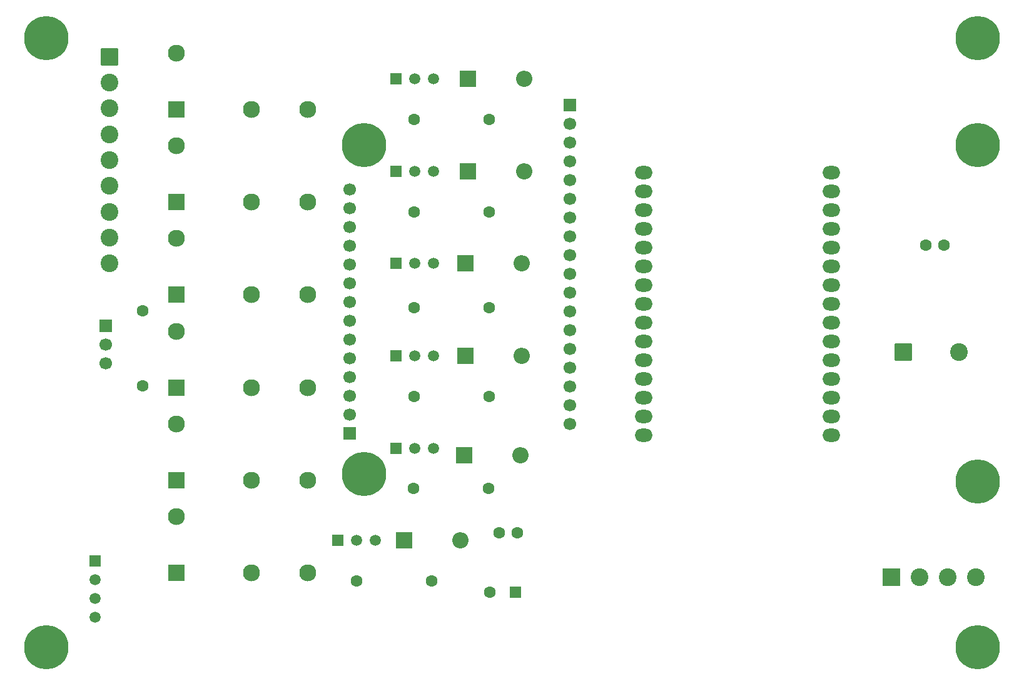
<source format=gbr>
%TF.GenerationSoftware,KiCad,Pcbnew,9.0.6-9.0.6~ubuntu22.04.1*%
%TF.CreationDate,2025-11-15T10:49:45-06:00*%
%TF.ProjectId,ESP32-Simple-Thermostat-PCB,45535033-322d-4536-996d-706c652d5468,rev?*%
%TF.SameCoordinates,Original*%
%TF.FileFunction,Soldermask,Bot*%
%TF.FilePolarity,Negative*%
%FSLAX46Y46*%
G04 Gerber Fmt 4.6, Leading zero omitted, Abs format (unit mm)*
G04 Created by KiCad (PCBNEW 9.0.6-9.0.6~ubuntu22.04.1) date 2025-11-15 10:49:45*
%MOMM*%
%LPD*%
G01*
G04 APERTURE LIST*
G04 Aperture macros list*
%AMRoundRect*
0 Rectangle with rounded corners*
0 $1 Rounding radius*
0 $2 $3 $4 $5 $6 $7 $8 $9 X,Y pos of 4 corners*
0 Add a 4 corners polygon primitive as box body*
4,1,4,$2,$3,$4,$5,$6,$7,$8,$9,$2,$3,0*
0 Add four circle primitives for the rounded corners*
1,1,$1+$1,$2,$3*
1,1,$1+$1,$4,$5*
1,1,$1+$1,$6,$7*
1,1,$1+$1,$8,$9*
0 Add four rect primitives between the rounded corners*
20,1,$1+$1,$2,$3,$4,$5,0*
20,1,$1+$1,$4,$5,$6,$7,0*
20,1,$1+$1,$6,$7,$8,$9,0*
20,1,$1+$1,$8,$9,$2,$3,0*%
G04 Aperture macros list end*
%ADD10C,6.000000*%
%ADD11R,2.300000X2.300000*%
%ADD12C,2.300000*%
%ADD13R,1.500000X1.500000*%
%ADD14C,1.500000*%
%ADD15RoundRect,0.250001X-0.949999X0.949999X-0.949999X-0.949999X0.949999X-0.949999X0.949999X0.949999X0*%
%ADD16C,2.400000*%
%ADD17R,2.200000X2.200000*%
%ADD18O,2.200000X2.200000*%
%ADD19R,1.700000X1.700000*%
%ADD20C,1.700000*%
%ADD21C,1.600000*%
%ADD22O,2.400000X1.800000*%
%ADD23RoundRect,0.250000X0.550000X0.550000X-0.550000X0.550000X-0.550000X-0.550000X0.550000X-0.550000X0*%
%ADD24R,2.400000X2.400000*%
%ADD25RoundRect,0.250001X-0.949999X-0.949999X0.949999X-0.949999X0.949999X0.949999X-0.949999X0.949999X0*%
G04 APERTURE END LIST*
D10*
%TO.C,H3*%
X151000000Y-114000000D03*
%TD*%
D11*
%TO.C,K1*%
X42600000Y-41140000D03*
D12*
X52760000Y-41140000D03*
X60380000Y-41140000D03*
X42600000Y-33520000D03*
%TD*%
D13*
%TO.C,U3*%
X31597500Y-102287500D03*
D14*
X31597500Y-104827500D03*
X31597500Y-107367500D03*
X31597500Y-109907500D03*
%TD*%
D13*
%TO.C,Q3*%
X72270000Y-62000000D03*
D14*
X74810000Y-62000000D03*
X77350000Y-62000000D03*
%TD*%
D11*
%TO.C,K6*%
X42600000Y-103890000D03*
D12*
X52760000Y-103890000D03*
X60380000Y-103890000D03*
X42600000Y-96270000D03*
%TD*%
D15*
%TO.C,J2*%
X33500000Y-34000000D03*
D16*
X33500000Y-37500000D03*
X33500000Y-41000000D03*
X33500000Y-44500000D03*
X33500000Y-48000000D03*
X33500000Y-51500000D03*
X33500000Y-55000000D03*
X33500000Y-58500000D03*
X33500000Y-62000000D03*
%TD*%
D10*
%TO.C,H7*%
X151000000Y-46000000D03*
%TD*%
D17*
%TO.C,D4*%
X81690000Y-74500000D03*
D18*
X89310000Y-74500000D03*
%TD*%
D10*
%TO.C,H8*%
X151000000Y-91500000D03*
%TD*%
D19*
%TO.C,J1*%
X95810000Y-40560000D03*
D20*
X95810000Y-43100000D03*
X95810000Y-45640000D03*
X95810000Y-48180000D03*
X95810000Y-50720000D03*
X95810000Y-53260000D03*
X95810000Y-55800000D03*
X95810000Y-58340000D03*
X95810000Y-60880000D03*
X95810000Y-63420000D03*
X95810000Y-65960000D03*
X95810000Y-68500000D03*
X95810000Y-71040000D03*
X95810000Y-73580000D03*
X95810000Y-76120000D03*
X95810000Y-78660000D03*
X95810000Y-81200000D03*
X95810000Y-83740000D03*
%TD*%
D10*
%TO.C,H2*%
X25000000Y-114000000D03*
%TD*%
D21*
%TO.C,C6*%
X146500000Y-59500000D03*
X144000000Y-59500000D03*
%TD*%
%TO.C,R7*%
X38000000Y-68420000D03*
X38000000Y-78580000D03*
%TD*%
D13*
%TO.C,Q4*%
X72270000Y-74500000D03*
D14*
X74810000Y-74500000D03*
X77350000Y-74500000D03*
%TD*%
D17*
%TO.C,D3*%
X81690000Y-62000000D03*
D18*
X89310000Y-62000000D03*
%TD*%
D17*
%TO.C,D2*%
X82000000Y-49500000D03*
D18*
X89620000Y-49500000D03*
%TD*%
D13*
%TO.C,Q5*%
X72310000Y-87000000D03*
D14*
X74850000Y-87000000D03*
X77390000Y-87000000D03*
%TD*%
D11*
%TO.C,K5*%
X42600000Y-91340000D03*
D12*
X52760000Y-91340000D03*
X60380000Y-91340000D03*
X42600000Y-83720000D03*
%TD*%
D10*
%TO.C,H5*%
X68000000Y-46000000D03*
%TD*%
D21*
%TO.C,R1*%
X74730000Y-42500000D03*
X84890000Y-42500000D03*
%TD*%
D22*
%TO.C,A1*%
X131250600Y-85245000D03*
X131250600Y-82705000D03*
X131250600Y-80165000D03*
X131250600Y-77625000D03*
X131250600Y-75085000D03*
X131250600Y-72545000D03*
X131250600Y-70005000D03*
X131250600Y-67465000D03*
X131250600Y-64925000D03*
X131250600Y-62385000D03*
X131250600Y-59845000D03*
X131250600Y-57305000D03*
X131250600Y-54765000D03*
X131250600Y-52225000D03*
X131250600Y-49685000D03*
X105850600Y-49685000D03*
X105850600Y-52225000D03*
X105850600Y-54765000D03*
X105850600Y-57305000D03*
X105850600Y-59845000D03*
X105850600Y-62385000D03*
X105850600Y-64925000D03*
X105850600Y-67465000D03*
X105850600Y-70005000D03*
X105850600Y-72545000D03*
X105850600Y-75085000D03*
X105850600Y-77625000D03*
X105850600Y-80165000D03*
X105850600Y-82705000D03*
X105850600Y-85245000D03*
%TD*%
D17*
%TO.C,D5*%
X81500000Y-88000000D03*
D18*
X89120000Y-88000000D03*
%TD*%
D11*
%TO.C,K2*%
X42600000Y-53690000D03*
D12*
X52760000Y-53690000D03*
X60380000Y-53690000D03*
X42600000Y-46070000D03*
%TD*%
D21*
%TO.C,R6*%
X66920000Y-105000000D03*
X77080000Y-105000000D03*
%TD*%
D10*
%TO.C,H1*%
X25000000Y-31500000D03*
%TD*%
D21*
%TO.C,R5*%
X74650000Y-92500000D03*
X84810000Y-92500000D03*
%TD*%
%TO.C,R3*%
X74730000Y-68000000D03*
X84890000Y-68000000D03*
%TD*%
D23*
%TO.C,C8*%
X88500000Y-106500000D03*
D21*
X85000000Y-106500000D03*
%TD*%
D24*
%TO.C,D7*%
X139380000Y-104500000D03*
D16*
X143190000Y-104500000D03*
X147000000Y-104500000D03*
X150810000Y-104500000D03*
%TD*%
D13*
%TO.C,Q1*%
X72270000Y-37000000D03*
D14*
X74810000Y-37000000D03*
X77350000Y-37000000D03*
%TD*%
D17*
%TO.C,D1*%
X82000000Y-37000000D03*
D18*
X89620000Y-37000000D03*
%TD*%
D13*
%TO.C,Q6*%
X64460000Y-99500000D03*
D14*
X67000000Y-99500000D03*
X69540000Y-99500000D03*
%TD*%
D19*
%TO.C,J3*%
X33000000Y-70420000D03*
D20*
X33000000Y-72960000D03*
X33000000Y-75500000D03*
%TD*%
D17*
%TO.C,D6*%
X73380000Y-99500000D03*
D18*
X81000000Y-99500000D03*
%TD*%
D21*
%TO.C,R2*%
X74730000Y-55000000D03*
X84890000Y-55000000D03*
%TD*%
D10*
%TO.C,H6*%
X68000000Y-90500000D03*
%TD*%
D11*
%TO.C,K4*%
X42600000Y-78790000D03*
D12*
X52760000Y-78790000D03*
X60380000Y-78790000D03*
X42600000Y-71170000D03*
%TD*%
D11*
%TO.C,K3*%
X42600000Y-66240000D03*
D12*
X52760000Y-66240000D03*
X60380000Y-66240000D03*
X42600000Y-58620000D03*
%TD*%
D21*
%TO.C,C9*%
X88750000Y-98500000D03*
X86250000Y-98500000D03*
%TD*%
D13*
%TO.C,Q2*%
X72270000Y-49500000D03*
D14*
X74810000Y-49500000D03*
X77350000Y-49500000D03*
%TD*%
D10*
%TO.C,H4*%
X151000000Y-31500000D03*
%TD*%
D21*
%TO.C,R4*%
X74730000Y-80000000D03*
X84890000Y-80000000D03*
%TD*%
D25*
%TO.C,C5*%
X140987200Y-74000000D03*
D16*
X148487200Y-74000000D03*
%TD*%
D19*
%TO.C,J4*%
X66000000Y-85040000D03*
D20*
X66000000Y-82500000D03*
X66000000Y-79960000D03*
X66000000Y-77420000D03*
X66000000Y-74880000D03*
X66000000Y-72340000D03*
X66000000Y-69800000D03*
X66000000Y-67260000D03*
X66000000Y-64720000D03*
X66000000Y-62180000D03*
X66000000Y-59640000D03*
X66000000Y-57100000D03*
X66000000Y-54560000D03*
X66000000Y-52020000D03*
%TD*%
M02*

</source>
